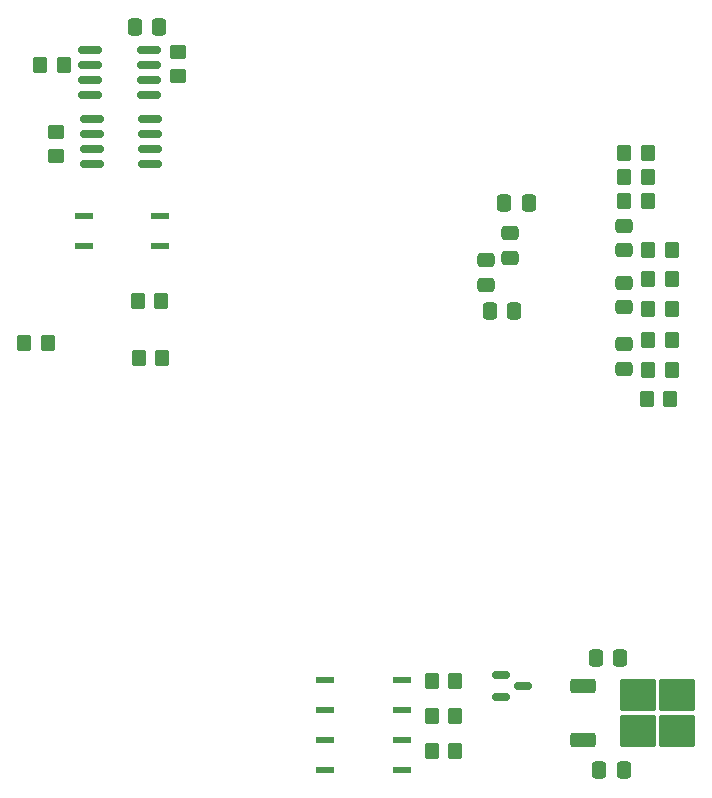
<source format=gbr>
%TF.GenerationSoftware,KiCad,Pcbnew,7.0.9*%
%TF.CreationDate,2024-01-03T22:08:46+05:30*%
%TF.ProjectId,BMS LTC6804-2,424d5320-4c54-4433-9638-30342d322e6b,rev?*%
%TF.SameCoordinates,Original*%
%TF.FileFunction,Paste,Top*%
%TF.FilePolarity,Positive*%
%FSLAX46Y46*%
G04 Gerber Fmt 4.6, Leading zero omitted, Abs format (unit mm)*
G04 Created by KiCad (PCBNEW 7.0.9) date 2024-01-03 22:08:46*
%MOMM*%
%LPD*%
G01*
G04 APERTURE LIST*
G04 Aperture macros list*
%AMRoundRect*
0 Rectangle with rounded corners*
0 $1 Rounding radius*
0 $2 $3 $4 $5 $6 $7 $8 $9 X,Y pos of 4 corners*
0 Add a 4 corners polygon primitive as box body*
4,1,4,$2,$3,$4,$5,$6,$7,$8,$9,$2,$3,0*
0 Add four circle primitives for the rounded corners*
1,1,$1+$1,$2,$3*
1,1,$1+$1,$4,$5*
1,1,$1+$1,$6,$7*
1,1,$1+$1,$8,$9*
0 Add four rect primitives between the rounded corners*
20,1,$1+$1,$2,$3,$4,$5,0*
20,1,$1+$1,$4,$5,$6,$7,0*
20,1,$1+$1,$6,$7,$8,$9,0*
20,1,$1+$1,$8,$9,$2,$3,0*%
G04 Aperture macros list end*
%ADD10RoundRect,0.250000X0.337500X0.475000X-0.337500X0.475000X-0.337500X-0.475000X0.337500X-0.475000X0*%
%ADD11RoundRect,0.250000X-0.350000X-0.450000X0.350000X-0.450000X0.350000X0.450000X-0.350000X0.450000X0*%
%ADD12RoundRect,0.250000X0.450000X-0.350000X0.450000X0.350000X-0.450000X0.350000X-0.450000X-0.350000X0*%
%ADD13RoundRect,0.150000X-0.825000X-0.150000X0.825000X-0.150000X0.825000X0.150000X-0.825000X0.150000X0*%
%ADD14RoundRect,0.250000X0.350000X0.450000X-0.350000X0.450000X-0.350000X-0.450000X0.350000X-0.450000X0*%
%ADD15RoundRect,0.137500X-0.662500X-0.137500X0.662500X-0.137500X0.662500X0.137500X-0.662500X0.137500X0*%
%ADD16RoundRect,0.250000X-0.475000X0.337500X-0.475000X-0.337500X0.475000X-0.337500X0.475000X0.337500X0*%
%ADD17RoundRect,0.250000X0.475000X-0.337500X0.475000X0.337500X-0.475000X0.337500X-0.475000X-0.337500X0*%
%ADD18RoundRect,0.250000X-0.337500X-0.475000X0.337500X-0.475000X0.337500X0.475000X-0.337500X0.475000X0*%
%ADD19RoundRect,0.150000X-0.587500X-0.150000X0.587500X-0.150000X0.587500X0.150000X-0.587500X0.150000X0*%
%ADD20RoundRect,0.150000X0.825000X0.150000X-0.825000X0.150000X-0.825000X-0.150000X0.825000X-0.150000X0*%
%ADD21RoundRect,0.250000X-0.450000X0.350000X-0.450000X-0.350000X0.450000X-0.350000X0.450000X0.350000X0*%
%ADD22RoundRect,0.250000X-0.850000X-0.350000X0.850000X-0.350000X0.850000X0.350000X-0.850000X0.350000X0*%
%ADD23RoundRect,0.250000X-1.275000X-1.125000X1.275000X-1.125000X1.275000X1.125000X-1.275000X1.125000X0*%
G04 APERTURE END LIST*
D10*
%TO.C,C14*%
X78583700Y-59994800D03*
X76508700Y-59994800D03*
%TD*%
D11*
%TO.C,R1*%
X37090600Y-62738000D03*
X39090600Y-62738000D03*
%TD*%
%TO.C,R7*%
X71593200Y-97238400D03*
X73593200Y-97238400D03*
%TD*%
D12*
%TO.C,R4*%
X39827200Y-46872400D03*
X39827200Y-44872400D03*
%TD*%
D13*
%TO.C,U6*%
X42711600Y-37896800D03*
X42711600Y-39166800D03*
X42711600Y-40436800D03*
X42711600Y-41706800D03*
X47661600Y-41706800D03*
X47661600Y-40436800D03*
X47661600Y-39166800D03*
X47661600Y-37896800D03*
%TD*%
D11*
%TO.C,R11*%
X46802800Y-63957200D03*
X48802800Y-63957200D03*
%TD*%
D14*
%TO.C,R24*%
X91932000Y-54864000D03*
X89932000Y-54864000D03*
%TD*%
%TO.C,R3*%
X40436800Y-39166800D03*
X38436800Y-39166800D03*
%TD*%
D15*
%TO.C,U1*%
X42141000Y-51968400D03*
X42141000Y-54508400D03*
X48641000Y-54508400D03*
X48641000Y-51968400D03*
%TD*%
D16*
%TO.C,C15*%
X87884000Y-52810500D03*
X87884000Y-54885500D03*
%TD*%
D14*
%TO.C,R19*%
X91805000Y-67437000D03*
X89805000Y-67437000D03*
%TD*%
D16*
%TO.C,C17*%
X87884000Y-57636500D03*
X87884000Y-59711500D03*
%TD*%
D17*
%TO.C,C11*%
X78206600Y-55520500D03*
X78206600Y-53445500D03*
%TD*%
D18*
%TO.C,C1*%
X77757200Y-50901600D03*
X79832200Y-50901600D03*
%TD*%
D19*
%TO.C,Q1*%
X77472300Y-90794800D03*
X77472300Y-92694800D03*
X79347300Y-91744800D03*
%TD*%
D17*
%TO.C,C13*%
X76174600Y-57781100D03*
X76174600Y-55706100D03*
%TD*%
D18*
%TO.C,C9*%
X85779700Y-98907600D03*
X87854700Y-98907600D03*
%TD*%
D20*
%TO.C,U7*%
X47763200Y-47602600D03*
X47763200Y-46332600D03*
X47763200Y-45062600D03*
X47763200Y-43792600D03*
X42813200Y-43792600D03*
X42813200Y-45062600D03*
X42813200Y-46332600D03*
X42813200Y-47602600D03*
%TD*%
D11*
%TO.C,R6*%
X71593200Y-94288400D03*
X73593200Y-94288400D03*
%TD*%
D18*
%TO.C,C10*%
X46460500Y-35991800D03*
X48535500Y-35991800D03*
%TD*%
D14*
%TO.C,R30*%
X89900000Y-46609000D03*
X87900000Y-46609000D03*
%TD*%
D21*
%TO.C,R8*%
X50139600Y-38116000D03*
X50139600Y-40116000D03*
%TD*%
D14*
%TO.C,R23*%
X91932000Y-57277000D03*
X89932000Y-57277000D03*
%TD*%
D18*
%TO.C,C8*%
X85474900Y-89357200D03*
X87549900Y-89357200D03*
%TD*%
D14*
%TO.C,R20*%
X91932000Y-65024000D03*
X89932000Y-65024000D03*
%TD*%
D22*
%TO.C,U8*%
X84427400Y-91800600D03*
D23*
X89052400Y-92555600D03*
X89052400Y-95605600D03*
X92402400Y-92555600D03*
X92402400Y-95605600D03*
D22*
X84427400Y-96360600D03*
%TD*%
D15*
%TO.C,U2*%
X62561400Y-91236800D03*
X62561400Y-93776800D03*
X69061400Y-93776800D03*
X69061400Y-91236800D03*
%TD*%
D14*
%TO.C,R28*%
X89900000Y-48641000D03*
X87900000Y-48641000D03*
%TD*%
%TO.C,R25*%
X89900000Y-50673000D03*
X87900000Y-50673000D03*
%TD*%
D15*
%TO.C,U4*%
X62586800Y-96291400D03*
X62586800Y-98831400D03*
X69086800Y-98831400D03*
X69086800Y-96291400D03*
%TD*%
D16*
%TO.C,C19*%
X87884000Y-62843500D03*
X87884000Y-64918500D03*
%TD*%
D11*
%TO.C,R5*%
X71593200Y-91338400D03*
X73593200Y-91338400D03*
%TD*%
D14*
%TO.C,R22*%
X91932000Y-59817000D03*
X89932000Y-59817000D03*
%TD*%
%TO.C,R10*%
X48726600Y-59131200D03*
X46726600Y-59131200D03*
%TD*%
%TO.C,R21*%
X91932000Y-62484000D03*
X89932000Y-62484000D03*
%TD*%
M02*

</source>
